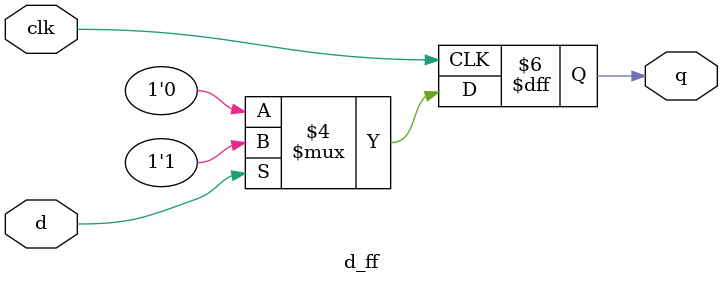
<source format=v>
`timescale 1ns / 1ps
module d_ff( d,clk,q);
input d,clk;
output q;
reg q;
always @ (posedge clk)
begin
if ( d == 1 )
begin
q=1;
end
else
q=0;

end
endmodule

</source>
